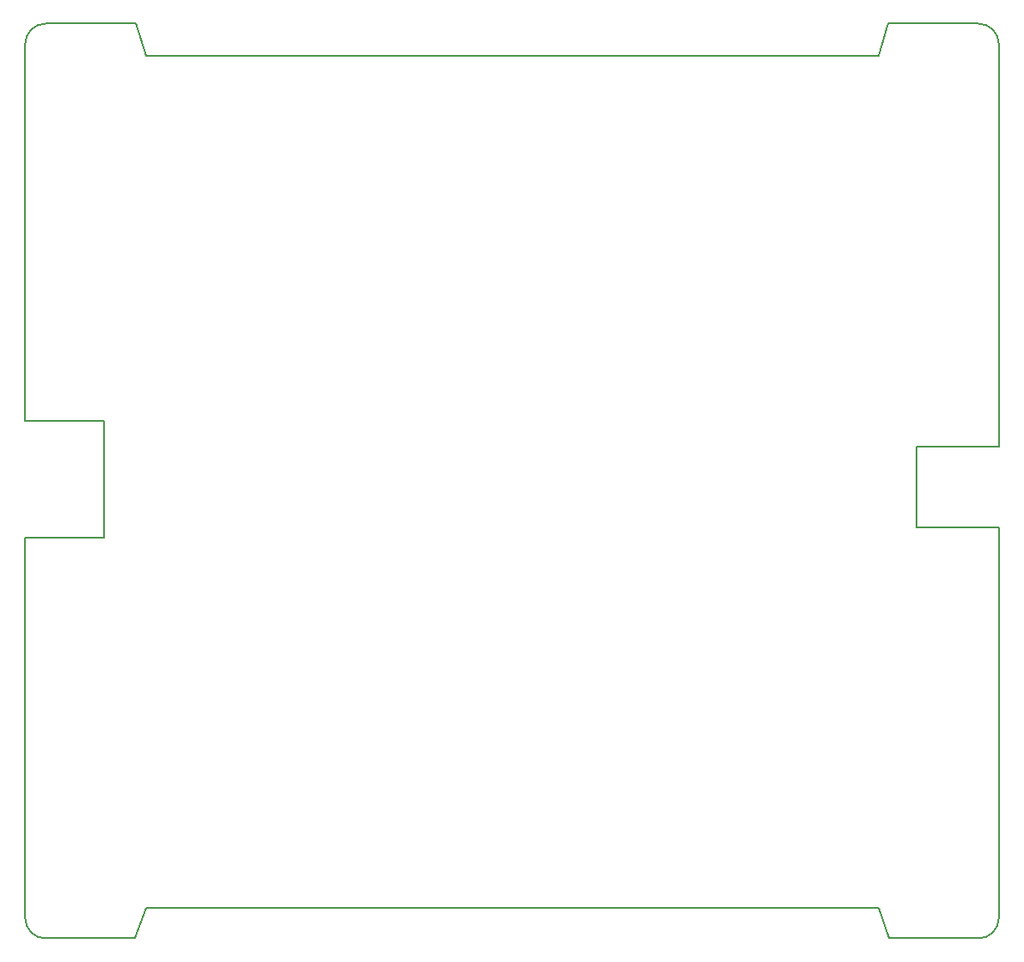
<source format=gm1>
G04 #@! TF.GenerationSoftware,KiCad,Pcbnew,(6.0.5-0)*
G04 #@! TF.CreationDate,2023-03-07T01:11:43-05:00*
G04 #@! TF.ProjectId,batteryboard,62617474-6572-4796-926f-6172642e6b69,rev?*
G04 #@! TF.SameCoordinates,Original*
G04 #@! TF.FileFunction,Profile,NP*
%FSLAX46Y46*%
G04 Gerber Fmt 4.6, Leading zero omitted, Abs format (unit mm)*
G04 Created by KiCad (PCBNEW (6.0.5-0)) date 2023-03-07 01:11:43*
%MOMM*%
%LPD*%
G01*
G04 APERTURE LIST*
G04 #@! TA.AperFunction,Profile*
%ADD10C,0.150000*%
G04 #@! TD*
G04 APERTURE END LIST*
D10*
X53200300Y-141979900D02*
G75*
G03*
X55200300Y-143979900I2000000J0D01*
G01*
X147085300Y-143979900D02*
G75*
G03*
X149085300Y-141979900I0J2000000D01*
G01*
X149085300Y-55809900D02*
G75*
G03*
X147085300Y-53809900I-2000000J0D01*
G01*
X55200300Y-53809900D02*
G75*
G03*
X53200300Y-55809900I0J-2000000D01*
G01*
X55200300Y-143979900D02*
X64039500Y-143979900D01*
X137210800Y-141000000D02*
X65074800Y-141000000D01*
X64039500Y-143979900D02*
X65074800Y-141000000D01*
X147085300Y-143979900D02*
X138246100Y-143979900D01*
X65074800Y-57000000D02*
X64096900Y-53809900D01*
X137210800Y-57000000D02*
X65074800Y-57000000D01*
X137210800Y-57000000D02*
X138188700Y-53809900D01*
X147085300Y-53809900D02*
X138188700Y-53809900D01*
X64096900Y-53809900D02*
X55200300Y-53809900D01*
X61000000Y-104500000D02*
X53200300Y-104500000D01*
X141000000Y-95500000D02*
X141000000Y-103500000D01*
X138246100Y-143979900D02*
X137210800Y-141000000D01*
X149085300Y-95500000D02*
X141000000Y-95500000D01*
X149085300Y-141979900D02*
X149085300Y-103500000D01*
X53200300Y-141979900D02*
X53200300Y-104500000D01*
X53200300Y-93000000D02*
X61000000Y-93000000D01*
X53200300Y-55809900D02*
X53200300Y-93000000D01*
X149085300Y-55809900D02*
X149085300Y-95500000D01*
X141000000Y-103500000D02*
X149085300Y-103500000D01*
X61000000Y-93000000D02*
X61000000Y-104500000D01*
M02*

</source>
